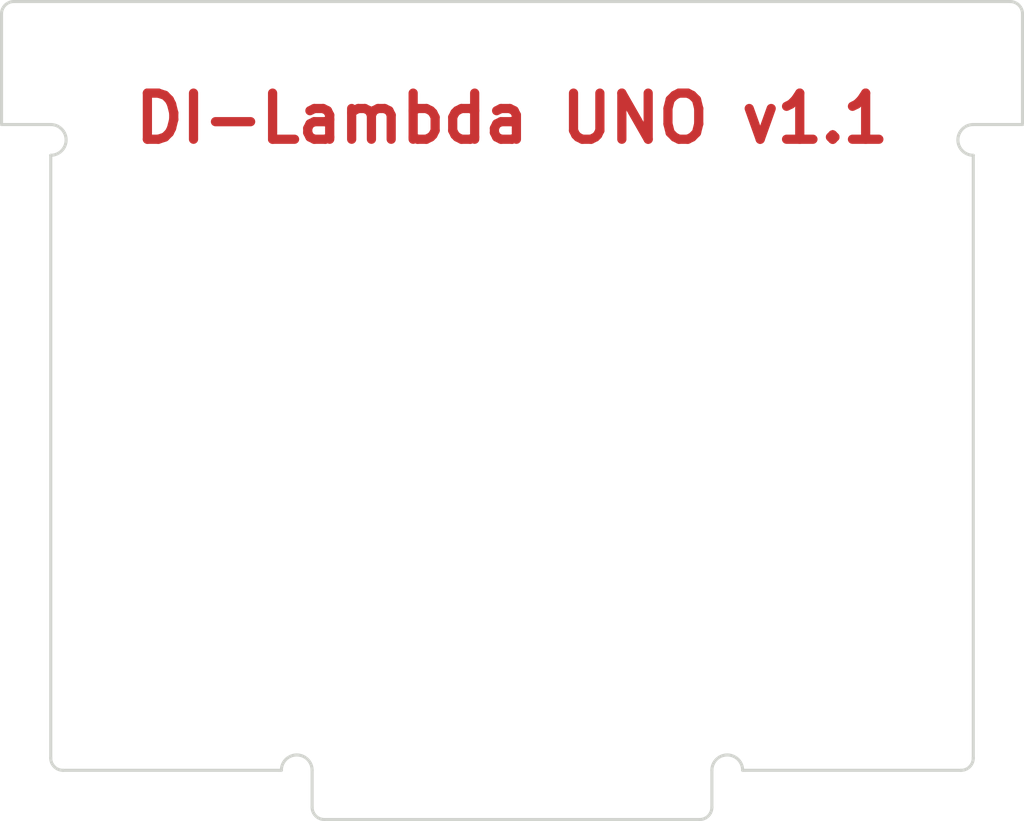
<source format=kicad_pcb>
(kicad_pcb (version 20170123) (host pcbnew "(2017-09-07 revision 3b08636)-master")

  (general
    (thickness 1.6)
    (drawings 26)
    (tracks 0)
    (zones 0)
    (modules 1)
    (nets 1)
  )

  (page A4)
  (layers
    (0 F.Cu signal)
    (31 B.Cu signal)
    (32 B.Adhes user)
    (33 F.Adhes user)
    (34 B.Paste user)
    (35 F.Paste user)
    (36 B.SilkS user)
    (37 F.SilkS user)
    (38 B.Mask user)
    (39 F.Mask user)
    (40 Dwgs.User user)
    (41 Cmts.User user)
    (42 Eco1.User user hide)
    (43 Eco2.User user)
    (44 Edge.Cuts user)
    (45 Margin user)
    (46 B.CrtYd user)
    (47 F.CrtYd user)
    (48 B.Fab user)
    (49 F.Fab user)
  )

  (setup
    (last_trace_width 0.25)
    (trace_clearance 0.2)
    (zone_clearance 0.508)
    (zone_45_only no)
    (trace_min 0.2)
    (segment_width 0.2)
    (edge_width 0.2)
    (via_size 0.8)
    (via_drill 0.4)
    (via_min_size 0.4)
    (via_min_drill 0.3)
    (uvia_size 0.3)
    (uvia_drill 0.1)
    (uvias_allowed no)
    (uvia_min_size 0.2)
    (uvia_min_drill 0.1)
    (pcb_text_width 0.3)
    (pcb_text_size 1.5 1.5)
    (mod_edge_width 0.15)
    (mod_text_size 1 1)
    (mod_text_width 0.15)
    (pad_size 1.524 1.524)
    (pad_drill 0.762)
    (pad_to_mask_clearance 0.2)
    (aux_axis_origin 143.4 67)
    (grid_origin 145 92)
    (visible_elements FFFFFF7F)
    (pcbplotparams
      (layerselection 0x000c0_7fffffff)
      (usegerberextensions true)
      (usegerberattributes true)
      (usegerberadvancedattributes true)
      (creategerberjobfile true)
      (excludeedgelayer false)
      (linewidth 0.100000)
      (plotframeref false)
      (viasonmask false)
      (mode 1)
      (useauxorigin true)
      (hpglpennumber 1)
      (hpglpenspeed 20)
      (hpglpendiameter 15)
      (psnegative false)
      (psa4output false)
      (plotreference true)
      (plotvalue true)
      (plotinvisibletext false)
      (padsonsilk false)
      (subtractmaskfromsilk false)
      (outputformat 1)
      (mirror false)
      (drillshape 0)
      (scaleselection 1)
      (outputdirectory DI-Lambda-UNO-panel-pinhole-v1.0-gerbers-20170824/))
  )

  (net 0 "")

  (net_class Default "This is the default net class."
    (clearance 0.2)
    (trace_width 0.25)
    (via_dia 0.8)
    (via_drill 0.4)
    (uvia_dia 0.3)
    (uvia_drill 0.1)
  )

  (module 1mm_hole:NPTH_1mm (layer F.Cu) (tedit 599DF7FB) (tstamp 59C7A5F0)
    (at 160 84)
    (path /59A82513)
    (fp_text reference MK1 (at 0 3.5) (layer F.SilkS) hide
      (effects (font (size 1 1) (thickness 0.15)))
    )
    (fp_text value Mounting_Hole (at 0 2.5) (layer F.Fab)
      (effects (font (size 1 1) (thickness 0.15)))
    )
    (pad "" np_thru_hole circle (at 0 0) (size 1 1) (drill 1) (layers *.Cu *.Mask))
  )

  (gr_text "DI-Lambda UNO v1.1" (at 160 70.8) (layer F.Cu)
    (effects (font (size 1.5 1.5) (thickness 0.3)))
  )
  (dimension 7.5 (width 0.3) (layer Eco1.User)
    (gr_text "7.500 mm" (at 156.25 78.75) (layer Eco1.User) (tstamp 5A1C07AF)
      (effects (font (size 1.5 1.5) (thickness 0.3)))
    )
    (feature1 (pts (xy 160 93) (xy 160 77.4)))
    (feature2 (pts (xy 152.5 93) (xy 152.5 77.4)))
    (crossbar (pts (xy 152.5 80.1) (xy 160 80.1)))
    (arrow1a (pts (xy 160 80.1) (xy 158.873496 80.686421)))
    (arrow1b (pts (xy 160 80.1) (xy 158.873496 79.513579)))
    (arrow2a (pts (xy 152.5 80.1) (xy 153.626504 80.686421)))
    (arrow2b (pts (xy 152.5 80.1) (xy 153.626504 79.513579)))
  )
  (dimension 15 (width 0.3) (layer Eco1.User)
    (gr_text "15.000 mm" (at 160 98.25) (layer Eco1.User) (tstamp 5A1C07B0)
      (effects (font (size 1.5 1.5) (thickness 0.3)))
    )
    (feature1 (pts (xy 167.5 93) (xy 167.5 99.6)))
    (feature2 (pts (xy 152.5 93) (xy 152.5 99.6)))
    (crossbar (pts (xy 152.5 96.9) (xy 167.5 96.9)))
    (arrow1a (pts (xy 167.5 96.9) (xy 166.373496 97.486421)))
    (arrow1b (pts (xy 167.5 96.9) (xy 166.373496 96.313579)))
    (arrow2a (pts (xy 152.5 96.9) (xy 153.626504 97.486421)))
    (arrow2b (pts (xy 152.5 96.9) (xy 153.626504 96.313579)))
  )
  (dimension 8 (width 0.3) (layer Eco1.User)
    (gr_text "8.000 mm" (at 154.85 88 90) (layer Eco1.User) (tstamp 5A1C07B1)
      (effects (font (size 1.5 1.5) (thickness 0.3)))
    )
    (feature1 (pts (xy 168.3 84) (xy 153.5 84)))
    (feature2 (pts (xy 168.3 92) (xy 153.5 92)))
    (crossbar (pts (xy 156.2 92) (xy 156.2 84)))
    (arrow1a (pts (xy 156.2 84) (xy 156.786421 85.126504)))
    (arrow1b (pts (xy 156.2 84) (xy 155.613579 85.126504)))
    (arrow2a (pts (xy 156.2 92) (xy 156.786421 90.873496)))
    (arrow2b (pts (xy 156.2 92) (xy 155.613579 90.873496)))
  )
  (gr_arc (start 175 71.5) (end 175 72) (angle 180) (layer Edge.Cuts) (width 0.1) (tstamp 599B4199))
  (gr_arc (start 145 71.5) (end 145 71) (angle 180) (layer Edge.Cuts) (width 0.1) (tstamp 599B4195))
  (gr_arc (start 176.2 67.4) (end 176.2 67) (angle 90) (layer Edge.Cuts) (width 0.1) (tstamp 599B4161))
  (gr_arc (start 143.8 67.4) (end 143.4 67.4) (angle 90) (layer Edge.Cuts) (width 0.1) (tstamp 599B362C))
  (gr_arc (start 174.6 91.6) (end 175 91.6) (angle 90) (layer Edge.Cuts) (width 0.1) (tstamp 599B361A))
  (gr_arc (start 145.4 91.6) (end 145.4 92) (angle 90) (layer Edge.Cuts) (width 0.1) (tstamp 599B360F))
  (gr_arc (start 166.1 93.2) (end 166.5 93.2) (angle 90) (layer Edge.Cuts) (width 0.1) (tstamp 599B3600))
  (gr_arc (start 153.9 93.2) (end 153.9 93.6) (angle 90) (layer Edge.Cuts) (width 0.1) (tstamp 599B35F4))
  (gr_arc (start 167 92) (end 166.5 92) (angle 180) (layer Edge.Cuts) (width 0.1) (tstamp 599B35E7))
  (gr_arc (start 153 92) (end 152.5 92) (angle 180) (layer Edge.Cuts) (width 0.1) (tstamp 599B35D7))
  (gr_line (start 175 91.6) (end 175 72) (layer Edge.Cuts) (width 0.1))
  (gr_line (start 176.2 67) (end 143.8 67) (layer Edge.Cuts) (width 0.1))
  (gr_line (start 175 71) (end 176.6 71) (layer Edge.Cuts) (width 0.1))
  (gr_line (start 145 91.6) (end 145 72) (layer Edge.Cuts) (width 0.1))
  (gr_line (start 174.6 92) (end 167.5 92) (layer Edge.Cuts) (width 0.1))
  (gr_line (start 176.6 67.4) (end 176.6 71) (layer Edge.Cuts) (width 0.1))
  (gr_line (start 166.5 93.2) (end 166.5 92) (layer Edge.Cuts) (width 0.1))
  (gr_line (start 153.9 93.6) (end 166.1 93.6) (layer Edge.Cuts) (width 0.1))
  (gr_line (start 143.4 71) (end 143.4 67.4) (layer Edge.Cuts) (width 0.1))
  (gr_line (start 145 71) (end 143.4 71) (layer Edge.Cuts) (width 0.1))
  (gr_line (start 153.5 92) (end 153.5 93.2) (layer Edge.Cuts) (width 0.1))
  (gr_line (start 145.4 92) (end 152.5 92) (layer Edge.Cuts) (width 0.1))

)

</source>
